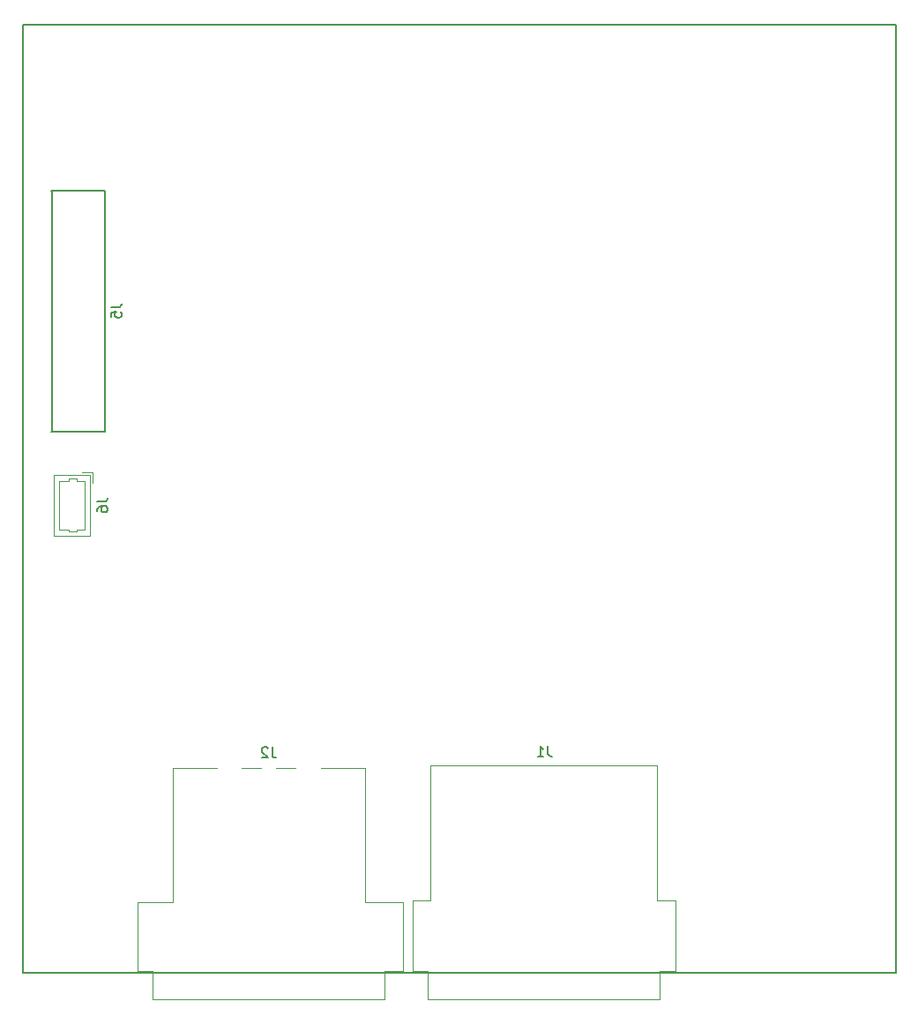
<source format=gbr>
G04 #@! TF.GenerationSoftware,KiCad,Pcbnew,5.1.5-52549c5~84~ubuntu18.04.1*
G04 #@! TF.CreationDate,2020-01-17T22:36:35+01:00*
G04 #@! TF.ProjectId,VFD,5646442e-6b69-4636-9164-5f7063625858,rev?*
G04 #@! TF.SameCoordinates,Original*
G04 #@! TF.FileFunction,Legend,Bot*
G04 #@! TF.FilePolarity,Positive*
%FSLAX46Y46*%
G04 Gerber Fmt 4.6, Leading zero omitted, Abs format (unit mm)*
G04 Created by KiCad (PCBNEW 5.1.5-52549c5~84~ubuntu18.04.1) date 2020-01-17 22:36:35*
%MOMM*%
%LPD*%
G04 APERTURE LIST*
%ADD10C,0.150000*%
%ADD11C,0.120000*%
%ADD12C,0.170000*%
G04 APERTURE END LIST*
D10*
X283337000Y-34036000D02*
X283337000Y-124968000D01*
X199517000Y-34036000D02*
X283337000Y-34036000D01*
X199517000Y-124968000D02*
X199517000Y-34036000D01*
X283337000Y-124968000D02*
X199517000Y-124968000D01*
D11*
X236059000Y-124770500D02*
X236059000Y-118180500D01*
X210519000Y-124770500D02*
X210519000Y-118180500D01*
X213919000Y-118180500D02*
X213919000Y-105330500D01*
X232359000Y-118180500D02*
X232359000Y-105330500D01*
X213919000Y-118180500D02*
X210519000Y-118180500D01*
X236059000Y-118180500D02*
X232359000Y-118180500D01*
X212019000Y-124770500D02*
X212019000Y-127470500D01*
X234259000Y-124770500D02*
X234259000Y-127470500D01*
X234259000Y-124770500D02*
X236059000Y-124770500D01*
X210519000Y-124770500D02*
X212019000Y-124770500D01*
X212019000Y-127470500D02*
X234259000Y-127470500D01*
X213919000Y-105330500D02*
X218139000Y-105330500D01*
X223839000Y-105330500D02*
X225739000Y-105330500D01*
X228139000Y-105330500D02*
X232359000Y-105330500D01*
X222439000Y-105330500D02*
X220539000Y-105330500D01*
D10*
X202311000Y-50038000D02*
X202311000Y-73025000D01*
X207391000Y-73025000D02*
X207391000Y-49911000D01*
D12*
X202251000Y-73055500D02*
X207451000Y-73055500D01*
X202251000Y-49980500D02*
X207451000Y-49980500D01*
D11*
X262175000Y-124770500D02*
X262175000Y-118030500D01*
X236935000Y-124770500D02*
X236935000Y-118030500D01*
X238685000Y-118030500D02*
X238685000Y-105030500D01*
X260425000Y-118030500D02*
X260425000Y-105030500D01*
X238685000Y-118030500D02*
X236935000Y-118030500D01*
X262175000Y-118030500D02*
X260425000Y-118030500D01*
X238435000Y-124770500D02*
X238435000Y-127470500D01*
X260675000Y-124770500D02*
X260675000Y-127470500D01*
X260675000Y-124770500D02*
X262175000Y-124770500D01*
X236935000Y-124770500D02*
X238435000Y-124770500D01*
X238435000Y-127470500D02*
X260675000Y-127470500D01*
X238685000Y-105030500D02*
X260425000Y-105030500D01*
X206249000Y-76967000D02*
X206249000Y-77967000D01*
X206249000Y-76967000D02*
X205249000Y-76967000D01*
X203049000Y-82467000D02*
X203049000Y-80117000D01*
X203924000Y-82467000D02*
X203049000Y-82467000D01*
X203924000Y-82667000D02*
X203924000Y-82467000D01*
X204724000Y-82667000D02*
X203924000Y-82667000D01*
X204724000Y-82467000D02*
X204724000Y-82667000D01*
X205449000Y-82467000D02*
X204724000Y-82467000D01*
X205449000Y-80117000D02*
X205449000Y-82467000D01*
X203049000Y-77767000D02*
X203049000Y-80117000D01*
X203924000Y-77767000D02*
X203049000Y-77767000D01*
X203924000Y-77567000D02*
X203924000Y-77767000D01*
X204724000Y-77567000D02*
X203924000Y-77567000D01*
X204724000Y-77767000D02*
X204724000Y-77567000D01*
X205449000Y-77767000D02*
X204724000Y-77767000D01*
X205449000Y-80117000D02*
X205449000Y-77767000D01*
X202499000Y-83017000D02*
X202499000Y-77217000D01*
X205999000Y-83017000D02*
X202499000Y-83017000D01*
X205999000Y-77217000D02*
X205999000Y-83017000D01*
X202499000Y-77217000D02*
X205999000Y-77217000D01*
D10*
X223472333Y-103322880D02*
X223472333Y-104037166D01*
X223519952Y-104180023D01*
X223615190Y-104275261D01*
X223758047Y-104322880D01*
X223853285Y-104322880D01*
X223043761Y-103418119D02*
X222996142Y-103370500D01*
X222900904Y-103322880D01*
X222662809Y-103322880D01*
X222567571Y-103370500D01*
X222519952Y-103418119D01*
X222472333Y-103513357D01*
X222472333Y-103608595D01*
X222519952Y-103751452D01*
X223091380Y-104322880D01*
X222472333Y-104322880D01*
D12*
X208003380Y-61134666D02*
X208717666Y-61134666D01*
X208860523Y-61087047D01*
X208955761Y-60991809D01*
X209003380Y-60848952D01*
X209003380Y-60753714D01*
X208003380Y-62087047D02*
X208003380Y-61610857D01*
X208479571Y-61563238D01*
X208431952Y-61610857D01*
X208384333Y-61706095D01*
X208384333Y-61944190D01*
X208431952Y-62039428D01*
X208479571Y-62087047D01*
X208574809Y-62134666D01*
X208812904Y-62134666D01*
X208908142Y-62087047D01*
X208955761Y-62039428D01*
X209003380Y-61944190D01*
X209003380Y-61706095D01*
X208955761Y-61610857D01*
X208908142Y-61563238D01*
D10*
X249951833Y-103211380D02*
X249951833Y-103925666D01*
X249999452Y-104068523D01*
X250094690Y-104163761D01*
X250237547Y-104211380D01*
X250332785Y-104211380D01*
X248951833Y-104211380D02*
X249523261Y-104211380D01*
X249237547Y-104211380D02*
X249237547Y-103211380D01*
X249332785Y-103354238D01*
X249428023Y-103449476D01*
X249523261Y-103497095D01*
X206676380Y-79783666D02*
X207390666Y-79783666D01*
X207533523Y-79736047D01*
X207628761Y-79640809D01*
X207676380Y-79497952D01*
X207676380Y-79402714D01*
X206676380Y-80688428D02*
X206676380Y-80497952D01*
X206724000Y-80402714D01*
X206771619Y-80355095D01*
X206914476Y-80259857D01*
X207104952Y-80212238D01*
X207485904Y-80212238D01*
X207581142Y-80259857D01*
X207628761Y-80307476D01*
X207676380Y-80402714D01*
X207676380Y-80593190D01*
X207628761Y-80688428D01*
X207581142Y-80736047D01*
X207485904Y-80783666D01*
X207247809Y-80783666D01*
X207152571Y-80736047D01*
X207104952Y-80688428D01*
X207057333Y-80593190D01*
X207057333Y-80402714D01*
X207104952Y-80307476D01*
X207152571Y-80259857D01*
X207247809Y-80212238D01*
M02*

</source>
